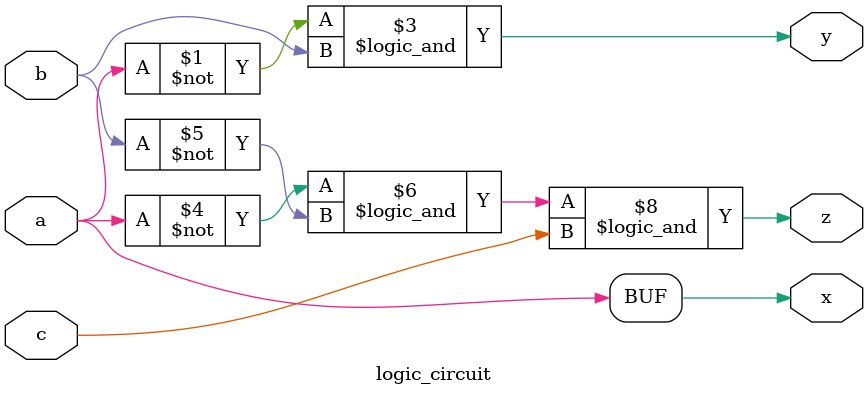
<source format=v>
module logic_circuit(
    input a,
    input b,
    input c,
    output x,
    output y,
    output z
    );

    assign x = a;
    assign y = (a == 1'b0 && b == 1'b1);
    assign z = (a == 1'b0 && b == 1'b0 && c == 1'b1);

endmodule
</source>
